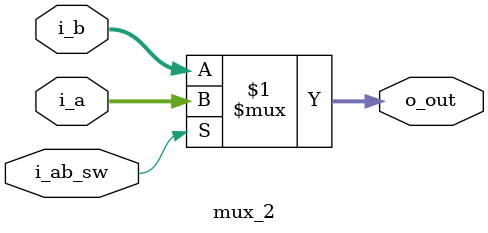
<source format=sv>
module mux_2 #(parameter BITS=8) (
    input  wire            i_ab_sw,   
    input  wire [BITS-1:0] i_a,   
    input  wire [BITS-1:0] i_b,   
    output wire [BITS-1:0] o_out       
);

assign o_out = i_ab_sw ? i_a : i_b;
    
endmodule

</source>
